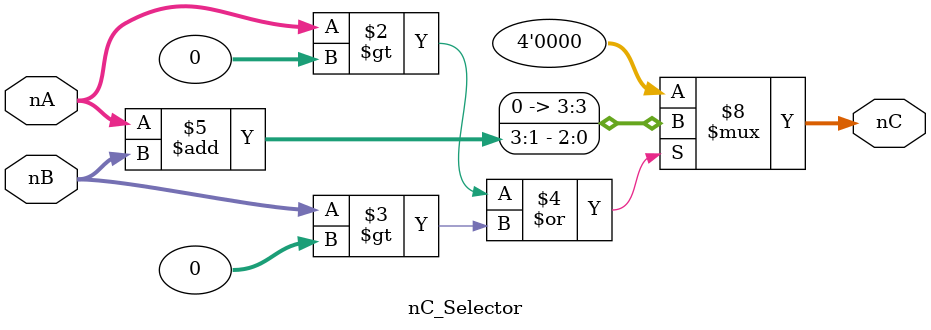
<source format=v>
`timescale 1ns / 1ps


module nC_Selector #(parameter nWIDTH= 4)(
input   wire    [nWIDTH-1:0]    nA,
input   wire    [nWIDTH-1:0]    nB,

output   reg    [nWIDTH-1:0]    nC

    );
    
    always@*
        begin
            if (nA>0 | nB>0)
                nC= (nA+nB)>>1;
            else 
                nC= 0;
        end
    
    
    
endmodule

</source>
